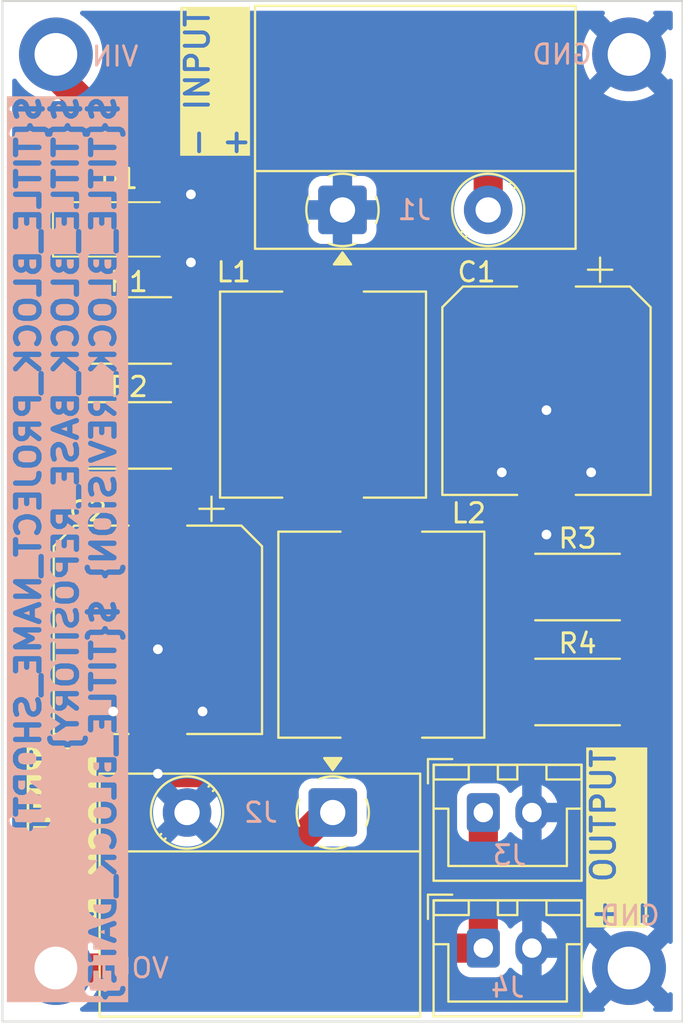
<source format=kicad_pcb>
(kicad_pcb (version 20241229) (generator "pcbnew") (generator_version "9.0")
  (title_block (title "${TITLE_BLOCK_PROJECT_NAME}") (date "${TITLE_BLOCK_DATE}") (rev "${TITLE_BLOCK_REVISION}") (company "${TITLE_BLOCK_AUTHOR}") (comment 1 "${TITLE_BLOCK_REPOSITORY}") (comment 8 "${TITLE_BLOCK_PROJECT_NAME_SHORT}") (comment 9 "${TITLE_BLOCK_BASE_REPOSITORY}"))
  (layers (0 "F.Cu" signal) (2 "B.Cu" signal) (13 "F.Paste" user) (15 "B.Paste" user) (5 "F.SilkS" user "F.Silkscreen") (7 "B.SilkS" user "B.Silkscreen") (1 "F.Mask" user) (3 "B.Mask" user) (25 "Edge.Cuts" user))
  (net 0 "")
  (net 1 "Net-(C1-Pad1)")
  (net 2 "GND")
  (net 3 "Vout")
  (net 4 "Net-(L1-Pad1)")
  (net 5 "Net-(L2-Pad1)")
  (net 6 "Vin")
  (footprint "Resistor_SMD:R_2512_6332Metric_Pad1.40x3.35mm_HandSolder" (layer "F.Cu") (at 129.6 84.3 180)
    (property "Reference" "R4" (at 0 2.5 0) (layer "F.SilkS"))
    (property "Value" "953Ω" (hide yes))
    (fp_line (start -2.177064 1.71) (end 2.177064 1.71) (stroke (width 0.12)) (layer "F.SilkS"))
    (fp_line (start -2.177064 -1.71) (end 2.177064 -1.71) (stroke (width 0.12)) (layer "F.SilkS"))
    (pad "1" smd roundrect (at -3.05 0 180) (size 1.4 3.35) (layers "F.Cu" "F.Mask" "F.Paste") (roundrect_rratio 0.178571) (net 5 "Net-(L2-Pad1)"))
    (pad "2" smd roundrect (at 3.05 0 180) (size 1.4 3.35) (layers "F.Cu" "F.Mask" "F.Paste") (roundrect_rratio 0.178571) (net 3 "Vout"))
  )
  (footprint "MountingHole:MountingHole_2.2mm_M2_DIN965_Pad_TopBottom" (layer "F.Cu") (at 102.75 98.5)
    (property "Reference" "H3" (hide yes))
    (property "Value" "MountingHole_Pad" (hide yes))
    (pad "1" thru_hole circle (at 0 0) (size 2.6 2.6) (drill 2.2) (layers "*.Cu" "*.Mask") (net 3 "Vout"))
    (pad "1" connect circle (at 0 0) (size 3.8 3.8) (layers "F.Cu" "F.Mask") (net 3 "Vout"))
    (pad "1" connect circle (at 0 0) (size 3.8 3.8) (layers "B.Cu" "B.Mask") (net 3 "Vout"))
  )
  (footprint "Capacitor_SMD:CP_Elec_10x10.5" (layer "F.Cu") (at 108 81.1 -90)
    (property "Reference" "C2" (at -6.1 3.6 0) (layer "F.SilkS"))
    (property "Value" "470u" (hide yes))
    (fp_line (start -4.295563 5.36) (end 5.36 5.36) (stroke (width 0.12)) (layer "F.SilkS"))
    (fp_line (start 5.36 5.36) (end 5.36 1.51) (stroke (width 0.12)) (layer "F.SilkS"))
    (fp_line (start -5.36 4.295563) (end -4.295563 5.36) (stroke (width 0.12)) (layer "F.SilkS"))
    (fp_line (start -5.36 4.295563) (end -5.36 1.51) (stroke (width 0.12)) (layer "F.SilkS"))
    (fp_line (start -6.85 -2.76) (end -5.6 -2.76) (stroke (width 0.12)) (layer "F.SilkS"))
    (fp_line (start -6.225 -3.385) (end -6.225 -2.135) (stroke (width 0.12)) (layer "F.SilkS"))
    (fp_line (start -5.36 -4.295563) (end -5.36 -1.51) (stroke (width 0.12)) (layer "F.SilkS"))
    (fp_line (start -5.36 -4.295563) (end -4.295563 -5.36) (stroke (width 0.12)) (layer "F.SilkS"))
    (fp_line (start -4.295563 -5.36) (end 5.36 -5.36) (stroke (width 0.12)) (layer "F.SilkS"))
    (fp_line (start 5.36 -5.36) (end 5.36 -1.51) (stroke (width 0.12)) (layer "F.SilkS"))
    (pad "1" smd roundrect (at -4.2 0 270) (size 4.4 2.5) (layers "F.Cu" "F.Mask" "F.Paste") (roundrect_rratio 0.1) (net 3 "Vout"))
    (pad "2" smd roundrect (at 4.2 0 270) (size 4.4 2.5) (layers "F.Cu" "F.Mask" "F.Paste") (roundrect_rratio 0.1) (net 2 "GND"))
  )
  (footprint "smps-filter:TerminalBlock_1x02_P7.50mm_Horizontal" (layer "F.Cu") (at 117 90.5 180)
    (property "Reference" "J2" (at 3.7 0 0) (layer "B.SilkS") (effects (justify mirror)))
    (property "Value" "Power OUT 1" (hide yes))
    (fp_line (start 12 -10.5) (end 12 2) (stroke (width 0.12)) (layer "F.SilkS"))
    (fp_line (start 8.911 -1.184) (end 8.832 -1.104) (stroke (width 0.12)) (layer "F.SilkS"))
    (fp_line (start 8.684 -1.411) (end 8.605 -1.331) (stroke (width 0.12)) (layer "F.SilkS"))
    (fp_line (start 6.395 1.331) (end 6.316 1.41) (stroke (width 0.12)) (layer "F.SilkS"))
    (fp_line (start 6.168 1.104) (end 6.089 1.183) (stroke (width 0.12)) (layer "F.SilkS"))
    (fp_line (start -4.5 2) (end 12 2) (stroke (width 0.12)) (layer "F.SilkS"))
    (fp_line (start -4.5 -2) (end 12 -2) (stroke (width 0.12)) (layer "F.SilkS"))
    (fp_line (start -4.5 -10.5) (end 12 -10.5) (stroke (width 0.12)) (layer "F.SilkS"))
    (fp_line (start -4.5 -10.5) (end -4.5 2) (stroke (width 0.12)) (layer "F.SilkS"))
    (fp_arc (start 1.73 -0.683) (mid 1.859943 0.000144) (end 1.729894 0.683267) (stroke (width 0.12)) (layer "F.SilkS"))
    (fp_arc (start 0.683 1.73) (mid -0.000144 1.859943) (end -0.683267 1.729894) (stroke (width 0.12)) (layer "F.SilkS"))
    (fp_arc (start -0.683 -1.73) (mid 0.000144 -1.859943) (end 0.683267 -1.729894) (stroke (width 0.12)) (layer "F.SilkS"))
    (fp_arc (start -1.73 0.683) (mid -1.859943 -0.000144) (end -1.729894 -0.683267) (stroke (width 0.12)) (layer "F.SilkS"))
    (fp_circle (center 7.5 0) (end 9.36 0) (stroke (width 0.12)) (fill no) (layer "F.SilkS"))
    (fp_poly (pts (xy 0 2.189447) (xy 0.44 2.799447) (xy -0.44 2.799447) (xy 0 2.189447)) (stroke (width 0.12)) (fill yes) (layer "F.SilkS"))
    (pad "1" thru_hole roundrect (at 0 0 180) (size 2.5 2.5) (drill 1.3) (layers "*.Cu" "*.Mask") (roundrect_rratio 0.1) (net 3 "Vout"))
    (pad "2" thru_hole circle (at 7.5 0 180) (size 2.5 2.5) (drill 1.3) (layers "*.Cu" "*.Mask") (net 2 "GND"))
  )
  (footprint "MountingHole:MountingHole_2.2mm_M2_DIN965_Pad_TopBottom" (layer "F.Cu") (at 132.25 51.5)
    (property "Reference" "H2" (hide yes))
    (property "Value" "MountingHole_Pad" (hide yes))
    (pad "1" thru_hole circle (at 0 0) (size 2.6 2.6) (drill 2.2) (layers "*.Cu" "*.Mask") (net 2 "GND"))
    (pad "1" connect circle (at 0 0) (size 3.8 3.8) (layers "F.Cu" "F.Mask") (net 2 "GND"))
    (pad "1" connect circle (at 0 0) (size 3.8 3.8) (layers "B.Cu" "B.Mask") (net 2 "GND"))
  )
  (footprint "smps-filter:TerminalBlock_1x02_P7.50mm_Horizontal" (layer "F.Cu") (at 117.5 59.5)
    (property "Reference" "J1" (at 3.7 0 180) (layer "B.SilkS") (effects (justify mirror)))
    (property "Value" "Power IN" (hide yes))
    (fp_line (start -4.5 -10.5) (end -4.5 2) (stroke (width 0.12)) (layer "F.SilkS"))
    (fp_line (start -4.5 -10.5) (end 12 -10.5) (stroke (width 0.12)) (layer "F.SilkS"))
    (fp_line (start -4.5 -2) (end 12 -2) (stroke (width 0.12)) (layer "F.SilkS"))
    (fp_line (start -4.5 2) (end 12 2) (stroke (width 0.12)) (layer "F.SilkS"))
    (fp_line (start 6.168 1.104) (end 6.089 1.183) (stroke (width 0.12)) (layer "F.SilkS"))
    (fp_line (start 6.395 1.331) (end 6.316 1.41) (stroke (width 0.12)) (layer "F.SilkS"))
    (fp_line (start 8.684 -1.411) (end 8.605 -1.331) (stroke (width 0.12)) (layer "F.SilkS"))
    (fp_line (start 8.911 -1.184) (end 8.832 -1.104) (stroke (width 0.12)) (layer "F.SilkS"))
    (fp_line (start 12 -10.5) (end 12 2) (stroke (width 0.12)) (layer "F.SilkS"))
    (fp_arc (start -1.73 0.683) (mid -1.859943 -0.000144) (end -1.729894 -0.683267) (stroke (width 0.12)) (layer "F.SilkS"))
    (fp_arc (start -0.683 -1.73) (mid 0.000144 -1.859943) (end 0.683267 -1.729894) (stroke (width 0.12)) (layer "F.SilkS"))
    (fp_arc (start 0.683 1.73) (mid -0.000144 1.859943) (end -0.683267 1.729894) (stroke (width 0.12)) (layer "F.SilkS"))
    (fp_arc (start 1.73 -0.683) (mid 1.859943 0.000144) (end 1.729894 0.683267) (stroke (width 0.12)) (layer "F.SilkS"))
    (fp_circle (center 7.5 0) (end 9.36 0) (stroke (width 0.12)) (fill no) (layer "F.SilkS"))
    (fp_poly (pts (xy 0 2.189447) (xy 0.44 2.799447) (xy -0.44 2.799447) (xy 0 2.189447)) (stroke (width 0.12)) (fill yes) (layer "F.SilkS"))
    (pad "1" thru_hole roundrect (at 0 0) (size 2.5 2.5) (drill 1.3) (layers "*.Cu" "*.Mask") (roundrect_rratio 0.1) (net 2 "GND"))
    (pad "2" thru_hole circle (at 7.5 0) (size 2.5 2.5) (drill 1.3) (layers "*.Cu" "*.Mask") (net 6 "Vin"))
  )
  (footprint "smps-filter:L_10.4x10.4_H4.8" (layer "F.Cu") (at 119.5 81.35 -90)
    (property "Reference" "L2" (at -6.25 -4.5 180) (layer "F.SilkS"))
    (property "Value" "2.2uH" (hide yes))
    (fp_line (start -5.3 5.3) (end -5.3 2.1) (stroke (width 0.12)) (layer "F.SilkS"))
    (fp_line (start 5.3 5.3) (end -5.3 5.3) (stroke (width 0.12)) (layer "F.SilkS"))
    (fp_line (start 5.3 2.1) (end 5.3 5.3) (stroke (width 0.12)) (layer "F.SilkS"))
    (fp_line (start -5.3 -2.1) (end -5.3 -5.3) (stroke (width 0.12)) (layer "F.SilkS"))
    (fp_line (start -5.3 -5.3) (end 5.3 -5.3) (stroke (width 0.12)) (layer "F.SilkS"))
    (fp_line (start 5.3 -5.3) (end 5.3 -2.1) (stroke (width 0.12)) (layer "F.SilkS"))
    (pad "1" smd rect (at -4.15 0 270) (size 2.7 3.6) (layers "F.Cu" "F.Mask" "F.Paste") (net 5 "Net-(L2-Pad1)"))
    (pad "2" smd rect (at 4.15 0 270) (size 2.7 3.6) (layers "F.Cu" "F.Mask" "F.Paste") (net 3 "Vout"))
  )
  (footprint "Resistor_SMD:R_2512_6332Metric_Pad1.40x3.35mm_HandSolder" (layer "F.Cu") (at 129.6 78.9 180)
    (property "Reference" "R3" (at 0 2.5 0) (layer "F.SilkS"))
    (property "Value" "40mΩ" (hide yes))
    (fp_line (start -2.177064 1.71) (end 2.177064 1.71) (stroke (width 0.12)) (layer "F.SilkS"))
    (fp_line (start -2.177064 -1.71) (end 2.177064 -1.71) (stroke (width 0.12)) (layer "F.SilkS"))
    (pad "1" smd roundrect (at -3.05 0 180) (size 1.4 3.35) (layers "F.Cu" "F.Mask" "F.Paste") (roundrect_rratio 0.178571) (net 1 "Net-(C1-Pad1)"))
    (pad "2" smd roundrect (at 3.05 0 180) (size 1.4 3.35) (layers "F.Cu" "F.Mask" "F.Paste") (roundrect_rratio 0.178571) (net 5 "Net-(L2-Pad1)"))
  )
  (footprint "Connector_JST:JST_XH_B2B-XH-A_1x02_P2.50mm_Vertical" (layer "F.Cu") (at 124.75 90.5)
    (property "Reference" "J3" (at 1.35 2.2 180) (layer "B.SilkS") (effects (justify mirror)))
    (property "Value" "Power OUT 2" (hide yes))
    (fp_line (start -2.85 -2.75) (end -2.85 -1.5) (stroke (width 0.12)) (layer "F.SilkS"))
    (fp_line (start -2.56 -2.46) (end -2.56 3.51) (stroke (width 0.12)) (layer "F.SilkS"))
    (fp_line (start -2.56 3.51) (end 5.06 3.51) (stroke (width 0.12)) (layer "F.SilkS"))
    (fp_line (start -2.55 -2.45) (end -2.55 -1.7) (stroke (width 0.12)) (layer "F.SilkS"))
    (fp_line (start -2.55 -1.7) (end -0.75 -1.7) (stroke (width 0.12)) (layer "F.SilkS"))
    (fp_line (start -2.55 -0.2) (end -1.8 -0.2) (stroke (width 0.12)) (layer "F.SilkS"))
    (fp_line (start -1.8 -0.2) (end -1.8 2.75) (stroke (width 0.12)) (layer "F.SilkS"))
    (fp_line (start -1.8 2.75) (end 1.25 2.75) (stroke (width 0.12)) (layer "F.SilkS"))
    (fp_line (start -1.6 -2.75) (end -2.85 -2.75) (stroke (width 0.12)) (layer "F.SilkS"))
    (fp_line (start -0.75 -2.45) (end -2.55 -2.45) (stroke (width 0.12)) (layer "F.SilkS"))
    (fp_line (start -0.75 -1.7) (end -0.75 -2.45) (stroke (width 0.12)) (layer "F.SilkS"))
    (fp_line (start 0.75 -2.45) (end 0.75 -1.7) (stroke (width 0.12)) (layer "F.SilkS"))
    (fp_line (start 0.75 -1.7) (end 1.75 -1.7) (stroke (width 0.12)) (layer "F.SilkS"))
    (fp_line (start 1.75 -2.45) (end 0.75 -2.45) (stroke (width 0.12)) (layer "F.SilkS"))
    (fp_line (start 1.75 -1.7) (end 1.75 -2.45) (stroke (width 0.12)) (layer "F.SilkS"))
    (fp_line (start 3.25 -2.45) (end 3.25 -1.7) (stroke (width 0.12)) (layer "F.SilkS"))
    (fp_line (start 3.25 -1.7) (end 5.05 -1.7) (stroke (width 0.12)) (layer "F.SilkS"))
    (fp_line (start 4.3 -0.2) (end 4.3 2.75) (stroke (width 0.12)) (layer "F.SilkS"))
    (fp_line (start 4.3 2.75) (end 1.25 2.75) (stroke (width 0.12)) (layer "F.SilkS"))
    (fp_line (start 5.05 -2.45) (end 3.25 -2.45) (stroke (width 0.12)) (layer "F.SilkS"))
    (fp_line (start 5.05 -1.7) (end 5.05 -2.45) (stroke (width 0.12)) (layer "F.SilkS"))
    (fp_line (start 5.05 -0.2) (end 4.3 -0.2) (stroke (width 0.12)) (layer "F.SilkS"))
    (fp_line (start 5.06 -2.46) (end -2.56 -2.46) (stroke (width 0.12)) (layer "F.SilkS"))
    (fp_line (start 5.06 3.51) (end 5.06 -2.46) (stroke (width 0.12)) (layer "F.SilkS"))
    (pad "1" thru_hole roundrect (at 0 0) (size 1.7 2) (drill 1) (layers "*.Cu" "*.Mask") (roundrect_rratio 0.147059) (net 3 "Vout"))
    (pad "2" thru_hole oval (at 2.5 0) (size 1.7 2) (drill 1) (layers "*.Cu" "*.Mask") (net 2 "GND"))
  )
  (footprint "MountingHole:MountingHole_2.2mm_M2_DIN965_Pad_TopBottom" (layer "F.Cu") (at 102.75 51.5)
    (property "Reference" "H1" (hide yes))
    (property "Value" "MountingHole_Pad" (hide yes))
    (pad "1" thru_hole circle (at 0 0) (size 2.6 2.6) (drill 2.2) (layers "*.Cu" "*.Mask") (net 6 "Vin"))
    (pad "1" connect circle (at 0 0) (size 3.8 3.8) (layers "F.Cu" "F.Mask") (net 6 "Vin"))
    (pad "1" connect circle (at 0 0) (size 3.8 3.8) (layers "B.Cu" "B.Mask") (net 6 "Vin"))
  )
  (footprint "Resistor_SMD:R_2512_6332Metric_Pad1.40x3.35mm_HandSolder" (layer "F.Cu") (at 106.5 71.1)
    (property "Reference" "R2" (at 0 -2.5 0) (layer "F.SilkS"))
    (property "Value" "953Ω" (hide yes))
    (fp_line (start -2.177064 -1.71) (end 2.177064 -1.71) (stroke (width 0.12)) (layer "F.SilkS"))
    (fp_line (start -2.177064 1.71) (end 2.177064 1.71) (stroke (width 0.12)) (layer "F.SilkS"))
    (pad "1" smd roundrect (at -3.05 0) (size 1.4 3.35) (layers "F.Cu" "F.Mask" "F.Paste") (roundrect_rratio 0.178571) (net 4 "Net-(L1-Pad1)"))
    (pad "2" smd roundrect (at 3.05 0) (size 1.4 3.35) (layers "F.Cu" "F.Mask" "F.Paste") (roundrect_rratio 0.178571) (net 1 "Net-(C1-Pad1)"))
  )
  (footprint "smps-filter:L_10.4x10.4_H4.8" (layer "F.Cu") (at 116.5 69 -90)
    (property "Reference" "L1" (at -6.3 4.6 180) (layer "F.SilkS"))
    (property "Value" "2.2uH" (hide yes))
    (fp_line (start -5.3 5.3) (end -5.3 2.1) (stroke (width 0.12)) (layer "F.SilkS"))
    (fp_line (start 5.3 5.3) (end -5.3 5.3) (stroke (width 0.12)) (layer "F.SilkS"))
    (fp_line (start 5.3 2.1) (end 5.3 5.3) (stroke (width 0.12)) (layer "F.SilkS"))
    (fp_line (start -5.3 -2.1) (end -5.3 -5.3) (stroke (width 0.12)) (layer "F.SilkS"))
    (fp_line (start -5.3 -5.3) (end 5.3 -5.3) (stroke (width 0.12)) (layer "F.SilkS"))
    (fp_line (start 5.3 -5.3) (end 5.3 -2.1) (stroke (width 0.12)) (layer "F.SilkS"))
    (pad "1" smd rect (at -4.15 0 270) (size 2.7 3.6) (layers "F.Cu" "F.Mask" "F.Paste") (net 4 "Net-(L1-Pad1)"))
    (pad "2" smd rect (at 4.15 0 270) (size 2.7 3.6) (layers "F.Cu" "F.Mask" "F.Paste") (net 1 "Net-(C1-Pad1)"))
  )
  (footprint "smps-filter:DO214AA" (layer "F.Cu") (at 106 60.5)
    (property "Reference" "D1" (at 0 -2.6 0) (layer "F.SilkS"))
    (property "Value" "P6SMB68A" (hide yes))
    (fp_line (start -3.4 -1.4) (end -3.4 1.4) (stroke (width 0.1)) (layer "F.SilkS"))
    (fp_line (start -3.4 1.4) (end 2.1 1.4) (stroke (width 0.1)) (layer "F.SilkS"))
    (fp_line (start 2.1 -1.4) (end -3.4 -1.4) (stroke (width 0.1)) (layer "F.SilkS"))
    (pad "1" smd roundrect (at -2 0) (size 2.5 2.4) (layers "F.Cu" "F.Mask" "F.Paste") (roundrect_rratio 0.15) (net 6 "Vin") (padstack (mode front_inner_back) (layer "Inner" (shape roundrect) (size 2.2 2.3) (roundrect_rratio 0.15)) (layer "B.Cu" (shape roundrect) (size 2.2 2.3) (roundrect_rratio 0.15))))
    (pad "2" smd roundrect (at 2 0) (size 2.5 2.3) (layers "F.Cu" "F.Mask" "F.Paste") (roundrect_rratio 0.15) (net 2 "GND") (padstack (mode front_inner_back) (layer "Inner" (shape roundrect) (size 2.2 2.3) (roundrect_rratio 0.15)) (layer "B.Cu" (shape roundrect) (size 2.2 2.3) (roundrect_rratio 0.15))))
  )
  (footprint "Connector_JST:JST_XH_B2B-XH-A_1x02_P2.50mm_Vertical" (layer "F.Cu") (at 124.75 97.475)
    (property "Reference" "J4" (at 1.25 2.025 0) (layer "B.SilkS") (effects (justify mirror)))
    (property "Value" "Power OUT 3" (hide yes))
    (fp_line (start -2.85 -2.75) (end -2.85 -1.5) (stroke (width 0.12)) (layer "F.SilkS"))
    (fp_line (start -2.56 -2.46) (end -2.56 3.51) (stroke (width 0.12)) (layer "F.SilkS"))
    (fp_line (start -2.56 3.51) (end 5.06 3.51) (stroke (width 0.12)) (layer "F.SilkS"))
    (fp_line (start -2.55 -2.45) (end -2.55 -1.7) (stroke (width 0.12)) (layer "F.SilkS"))
    (fp_line (start -2.55 -1.7) (end -0.75 -1.7) (stroke (width 0.12)) (layer "F.SilkS"))
    (fp_line (start -2.55 -0.2) (end -1.8 -0.2) (stroke (width 0.12)) (layer "F.SilkS"))
    (fp_line (start -1.8 -0.2) (end -1.8 2.75) (stroke (width 0.12)) (layer "F.SilkS"))
    (fp_line (start -1.8 2.75) (end 1.25 2.75) (stroke (width 0.12)) (layer "F.SilkS"))
    (fp_line (start -1.6 -2.75) (end -2.85 -2.75) (stroke (width 0.12)) (layer "F.SilkS"))
    (fp_line (start -0.75 -2.45) (end -2.55 -2.45) (stroke (width 0.12)) (layer "F.SilkS"))
    (fp_line (start -0.75 -1.7) (end -0.75 -2.45) (stroke (width 0.12)) (layer "F.SilkS"))
    (fp_line (start 0.75 -2.45) (end 0.75 -1.7) (stroke (width 0.12)) (layer "F.SilkS"))
    (fp_line (start 0.75 -1.7) (end 1.75 -1.7) (stroke (width 0.12)) (layer "F.SilkS"))
    (fp_line (start 1.75 -2.45) (end 0.75 -2.45) (stroke (width 0.12)) (layer "F.SilkS"))
    (fp_line (start 1.75 -1.7) (end 1.75 -2.45) (stroke (width 0.12)) (layer "F.SilkS"))
    (fp_line (start 3.25 -2.45) (end 3.25 -1.7) (stroke (width 0.12)) (layer "F.SilkS"))
    (fp_line (start 3.25 -1.7) (end 5.05 -1.7) (stroke (width 0.12)) (layer "F.SilkS"))
    (fp_line (start 4.3 -0.2) (end 4.3 2.75) (stroke (width 0.12)) (layer "F.SilkS"))
    (fp_line (start 4.3 2.75) (end 1.25 2.75) (stroke (width 0.12)) (layer "F.SilkS"))
    (fp_line (start 5.05 -2.45) (end 3.25 -2.45) (stroke (width 0.12)) (layer "F.SilkS"))
    (fp_line (start 5.05 -1.7) (end 5.05 -2.45) (stroke (width 0.12)) (layer "F.SilkS"))
    (fp_line (start 5.05 -0.2) (end 4.3 -0.2) (stroke (width 0.12)) (layer "F.SilkS"))
    (fp_line (start 5.06 -2.46) (end -2.56 -2.46) (stroke (width 0.12)) (layer "F.SilkS"))
    (fp_line (start 5.06 3.51) (end 5.06 -2.46) (stroke (width 0.12)) (layer "F.SilkS"))
    (pad "1" thru_hole roundrect (at 0 0) (size 1.7 2) (drill 1) (layers "*.Cu" "*.Mask") (roundrect_rratio 0.147059) (net 3 "Vout"))
    (pad "2" thru_hole oval (at 2.5 0) (size 1.7 2) (drill 1) (layers "*.Cu" "*.Mask") (net 2 "GND"))
  )
  (footprint "Capacitor_SMD:CP_Elec_10x10.5" (layer "F.Cu") (at 128 68.8 -90)
    (property "Reference" "C1" (at -6.1 3.6 180) (layer "F.SilkS"))
    (property "Value" "470u" (hide yes))
    (fp_line (start -4.295563 5.36) (end 5.36 5.36) (stroke (width 0.12)) (layer "F.SilkS"))
    (fp_line (start 5.36 5.36) (end 5.36 1.51) (stroke (width 0.12)) (layer "F.SilkS"))
    (fp_line (start -5.36 4.295563) (end -4.295563 5.36) (stroke (width 0.12)) (layer "F.SilkS"))
    (fp_line (start -5.36 4.295563) (end -5.36 1.51) (stroke (width 0.12)) (layer "F.SilkS"))
    (fp_line (start -6.85 -2.76) (end -5.6 -2.76) (stroke (width 0.12)) (layer "F.SilkS"))
    (fp_line (start -6.225 -3.385) (end -6.225 -2.135) (stroke (width 0.12)) (layer "F.SilkS"))
    (fp_line (start -5.36 -4.295563) (end -5.36 -1.51) (stroke (width 0.12)) (layer "F.SilkS"))
    (fp_line (start -5.36 -4.295563) (end -4.295563 -5.36) (stroke (width 0.12)) (layer "F.SilkS"))
    (fp_line (start -4.295563 -5.36) (end 5.36 -5.36) (stroke (width 0.12)) (layer "F.SilkS"))
    (fp_line (start 5.36 -5.36) (end 5.36 -1.51) (stroke (width 0.12)) (layer "F.SilkS"))
    (pad "1" smd roundrect (at -4.2 0 270) (size 4.4 2.5) (layers "F.Cu" "F.Mask" "F.Paste") (roundrect_rratio 0.1) (net 1 "Net-(C1-Pad1)"))
    (pad "2" smd roundrect (at 4.2 0 270) (size 4.4 2.5) (layers "F.Cu" "F.Mask" "F.Paste") (roundrect_rratio 0.1) (net 2 "GND"))
  )
  (footprint "Resistor_SMD:R_2512_6332Metric_Pad1.40x3.35mm_HandSolder" (layer "F.Cu") (at 106.5 65.7)
    (property "Reference" "R1" (at 0 -2.5 0) (layer "F.SilkS"))
    (property "Value" "40mΩ" (hide yes))
    (fp_line (start -2.177064 -1.71) (end 2.177064 -1.71) (stroke (width 0.12)) (layer "F.SilkS"))
    (fp_line (start -2.177064 1.71) (end 2.177064 1.71) (stroke (width 0.12)) (layer "F.SilkS"))
    (pad "1" smd roundrect (at -3.05 0) (size 1.4 3.35) (layers "F.Cu" "F.Mask" "F.Paste") (roundrect_rratio 0.178571) (net 6 "Vin"))
    (pad "2" smd roundrect (at 3.05 0) (size 1.4 3.35) (layers "F.Cu" "F.Mask" "F.Paste") (roundrect_rratio 0.178571) (net 4 "Net-(L1-Pad1)"))
  )
  (footprint "MountingHole:MountingHole_2.2mm_M2_DIN965_Pad_TopBottom" (layer "B.Cu") (at 132.25 98.5)
    (property "Reference" "H4" (hide yes))
    (property "Value" "MountingHole_Pad" (hide yes))
    (pad "1" thru_hole circle (at 0 0) (size 2.6 2.6) (drill 2.2) (layers "*.Cu" "*.Mask") (net 2 "GND"))
    (pad "1" connect circle (at 0 0) (size 3.8 3.8) (layers "F.Cu" "F.Mask") (net 2 "GND"))
    (pad "1" connect circle (at 0 0) (size 3.8 3.8) (layers "B.Cu" "B.Mask") (net 2 "GND"))
  )
  (gr_line (start 100 48.75) (end 135 48.75) (stroke (width 0.1)) (layer "Edge.Cuts"))
  (gr_line (start 135 48.75) (end 135 101.25) (stroke (width 0.1)) (layer "Edge.Cuts"))
  (gr_line (start 135 101.25) (end 100 101.25) (stroke (width 0.1)) (layer "Edge.Cuts"))
  (gr_line (start 100 48.75) (end 100 101.25) (stroke (width 0.1)) (layer "Edge.Cuts"))
  (gr_text "+ OUTPUT\n-" (at 131.9 96.6 90) (layer "F.SilkS" knockout) (effects (font (size 1.2 1.2) (thickness 0.2) (bold yes)) (justify left)))
  (gr_text "- INPUT\n+" (at 111 56.9 90) (layer "F.SilkS" knockout) (effects (font (size 1.2 1.2) (thickness 0.2) (bold yes)) (justify left)))
  (gr_text "- OUTPUT\n+" (at 103.1 96.6 90) (layer "F.SilkS" knockout) (effects (font (size 1.2 1.2) (thickness 0.2) (bold yes)) (justify left)))
  (gr_text "${COMMENT8}\n${COMMENT9}\n${REVISION} ${ISSUE_DATE}\n" (at 105.9 53.5 90) (layer "B.SilkS" knockout) (effects (font (size 1.2 1.3) (thickness 0.275) (bold yes)) (justify left bottom mirror)))
  (gr_text "VIN" (at 105.8 51.6 0) (layer "B.SilkS") (effects (font (size 1 1)) (justify mirror)))
  (gr_text "GND" (at 132.3 95.8 0) (layer "B.SilkS") (effects (font (size 1 1)) (justify mirror)))
  (gr_text "GND" (at 128.8 51.5 0) (layer "B.SilkS") (effects (font (size 1 1)) (justify mirror)))
  (gr_text "VOUT" (at 106.7 98.5 0) (layer "B.SilkS") (effects (font (size 1 1)) (justify mirror)))
  (segment (start 132.65 78.4) (end 132.65 68.15) (width 1.5) (layer "F.Cu") (net 1))
  (segment (start 129.1 64.6) (end 128 64.6) (width 1.5) (layer "F.Cu") (net 1))
  (segment (start 116.35 73) (end 116.5 73.15) (width 1.5) (layer "F.Cu") (net 1))
  (segment (start 111.5 71.5) (end 113 73) (width 1.5) (layer "F.Cu") (net 1))
  (segment (start 116.35 73.15) (end 118.35 73.15) (width 1.5) (layer "F.Cu") (net 1))
  (segment (start 132.65 68.15) (end 129.1 64.6) (width 1.5) (layer "F.Cu") (net 1))
  (segment (start 118.35 73.15) (end 126.9 64.6) (width 1.5) (layer "F.Cu") (net 1))
  (segment (start 126.9 64.6) (end 128 64.6) (width 1.5) (layer "F.Cu") (net 1))
  (segment (start 109.55 71.5) (end 111.5 71.5) (width 1.5) (layer "F.Cu") (net 1))
  (segment (start 113 73) (end 116.35 73) (width 1.5) (layer "F.Cu") (net 1))
  (segment (start 108.1 85.5) (end 107.9 85.3) (width 1.5) (layer "F.Cu") (net 2))
  (via (at 130.3 73) (size 1) (drill 0.5) (layers "F.Cu" "B.Cu") (net 2))
  (via (at 128 76.2) (size 1) (drill 0.5) (layers "F.Cu" "B.Cu") (net 2))
  (via (at 109.7 58.7) (size 1) (drill 0.5) (layers "F.Cu" "B.Cu") (net 2))
  (via (at 105.7 85.3) (size 1) (drill 0.5) (layers "F.Cu" "B.Cu") (net 2))
  (via (at 110.3 85.3) (size 1) (drill 0.5) (layers "F.Cu" "B.Cu") (net 2))
  (via (at 109.7 62.2) (size 1) (drill 0.5) (layers "F.Cu" "B.Cu") (net 2))
  (via (at 128 69.8) (size 1) (drill 0.5) (layers "F.Cu" "B.Cu") (net 2))
  (via (at 108 88.5) (size 1) (drill 0.5) (layers "F.Cu" "B.Cu") (net 2))
  (via (at 108 82.1) (size 1) (drill 0.5) (layers "F.Cu" "B.Cu") (net 2))
  (via (at 125.7 73) (size 1) (drill 0.5) (layers "F.Cu" "B.Cu") (net 2))
  (segment (start 124.75 90.5) (end 124.75 97.475) (width 1.5) (layer "F.Cu") (net 3))
  (segment (start 116.675 97.475) (end 113.2 94) (width 1.5) (layer "F.Cu") (net 3))
  (segment (start 116.7 90.5) (end 113.2 94) (width 1.5) (layer "F.Cu") (net 3))
  (segment (start 110.9 76.9) (end 108 76.9) (width 1.5) (layer "F.Cu") (net 3))
  (segment (start 119.6 85.4) (end 119.5 85.5) (width 1.5) (layer "F.Cu") (net 3))
  (segment (start 113.2 94) (end 113.2 84.3) (width 1.5) (layer "F.Cu") (net 3))
  (segment (start 124.6 84.3) (end 123.5 85.4) (width 1.5) (layer "F.Cu") (net 3))
  (segment (start 123.5 85.4) (end 119.6 85.4) (width 1.5) (layer "F.Cu") (net 3))
  (segment (start 108 76.9) (end 108 79.1) (width 1.5) (layer "F.Cu") (net 3))
  (segment (start 119.5 85.5) (end 110.9 76.9) (width 1.5) (layer "F.Cu") (net 3))
  (segment (start 108.7 98.5) (end 113.2 94) (width 1.5) (layer "F.Cu") (net 3))
  (segment (start 113.2 84.3) (end 113.15 84.25) (width 1.5) (layer "F.Cu") (net 3))
  (segment (start 126.05 84.3) (end 124.6 84.3) (width 1.5) (layer "F.Cu") (net 3))
  (segment (start 124.75 97.475) (end 116.675 97.475) (width 1.5) (layer "F.Cu") (net 3))
  (segment (start 102.75 98.5) (end 108.7 98.5) (width 1.5) (layer "F.Cu") (net 3))
  (segment (start 108 79.1) (end 113.15 84.25) (width 1.5) (layer "F.Cu") (net 3))
  (segment (start 117 90.5) (end 116.7 90.5) (width 1.5) (layer "F.Cu") (net 3))
  (segment (start 109.25 65.7) (end 103.45 71.5) (width 1.5) (layer "F.Cu") (net 4))
  (segment (start 112.3 65.7) (end 109.25 65.7) (width 1.5) (layer "F.Cu") (net 4))
  (segment (start 116.35 64.85) (end 116.2 65) (width 1.5) (layer "F.Cu") (net 4))
  (segment (start 113 65) (end 112.3 65.7) (width 1.5) (layer "F.Cu") (net 4))
  (segment (start 116.2 65) (end 113 65) (width 1.5) (layer "F.Cu") (net 4))
  (segment (start 119.5 77.2) (end 122.8 77.2) (width 1.5) (layer "F.Cu") (net 5))
  (segment (start 127.05 78.7) (end 132.65 84.3) (width 1.5) (layer "F.Cu") (net 5))
  (segment (start 122.8 77.2) (end 124.3 78.7) (width 1.5) (layer "F.Cu") (net 5))
  (segment (start 124.3 78.7) (end 127.05 78.7) (width 1.5) (layer "F.Cu") (net 5))
  (segment (start 123.8 56.3) (end 125 57.5) (width 1.5) (layer "F.Cu") (net 6))
  (segment (start 123.8 56.3) (end 106.5 56.3) (width 1.5) (layer "F.Cu") (net 6))
  (segment (start 103.45 65.7) (end 103.5 65.65) (width 1.5) (layer "F.Cu") (net 6))
  (segment (start 106.149 56.951) (end 106.149 55.949) (width 1.5) (layer "F.Cu") (net 6))
  (segment (start 103.5 65.65) (end 103.5 59.6) (width 1.5) (layer "F.Cu") (net 6))
  (segment (start 106.149 55.949) (end 102.75 52.55) (width 1.5) (layer "F.Cu") (net 6))
  (segment (start 106.5 56.3) (end 106.149 55.949) (width 1.5) (layer "F.Cu") (net 6))
  (segment (start 102.75 52.55) (end 102.75 51.5) (width 1.5) (layer "F.Cu") (net 6))
  (segment (start 103.5 59.6) (end 106.149 56.951) (width 1.5) (layer "F.Cu") (net 6))
  (segment (start 125 57.5) (end 125 59.5) (width 1.5) (layer "F.Cu") (net 6))
  (zone (net 2) (net_name "GND") (layer "F.Cu") (connect_pads (clearance 0.5)) (min_thickness 0.25) (fill yes (thermal_gap 0.5) (thermal_bridge_width 1))
    (polygon (pts (xy 125 69.1) (xy 131 69.1) (xy 131 76.9) (xy 125 76.9)))
  )
  (zone (net 2) (net_name "GND") (layer "F.Cu") (connect_pads (clearance 0.5)) (min_thickness 0.25) (fill yes (thermal_gap 0.5) (thermal_bridge_width 1))
    (polygon (pts (xy 105 81.4) (xy 111 81.4) (xy 111 89.2) (xy 105 89.2)))
  )
  (zone (net 2) (net_name "GND") (layer "F.Cu") (priority 2) (connect_pads (clearance 0.5)) (min_thickness 0.25) (fill yes (thermal_gap 0.5) (thermal_bridge_width 1))
    (polygon (pts (xy 106.5 57.8) (xy 110.5 57.8) (xy 110.5 63) (xy 106.5 63)))
  )
  (zone (net 2) (net_name "GND") (layer "B.Cu") (priority 1) (connect_pads (clearance 0.5)) (min_thickness 0.25) (fill yes (thermal_gap 0.5) (thermal_bridge_width 1))
    (polygon (pts (xy 100 48.75) (xy 135 48.75) (xy 135 101.25) (xy 100 101.25)))
  )
)
</source>
